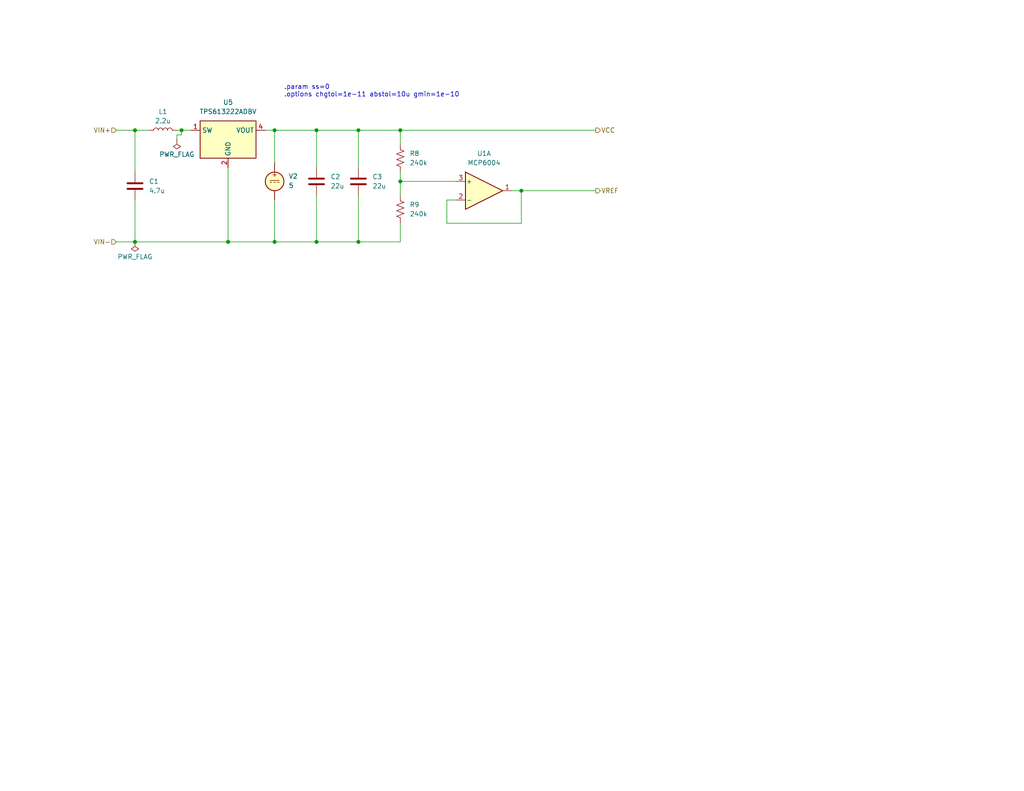
<source format=kicad_sch>
(kicad_sch (version 20250114) (generator "eeschema") (generator_version "9.0")
  (paper "USLetter")
  (title_block (title "EL223FP4L1") (date "2025-05-08") (rev "1") (company "Boles & Walker") (comment 1 "5V, 2.5V Rail Generator"))
  (lib_symbols
    (symbol "Amplifier_Operational:MCP6004" (pin_names (offset 0.127))
      (property "Reference" "U" (at 0 5.08 0))
      (property "Value" "MCP6004" (at 0 -5.08 0))
      (symbol "MCP6004_1_1"
        (polyline (pts (xy -5.08 5.08) (xy 5.08 0) (xy -5.08 -5.08) (xy -5.08 5.08)) (stroke (width 0.254)) (fill (type background)))
        (pin input line (at -7.62 2.54 0) (length 2.54) (name "+") (number "3"))
        (pin input line (at -7.62 -2.54 0) (length 2.54) (name "-") (number "2"))
        (pin output line (at 7.62 0 180) (length 2.54) (name "~") (number "1"))
      )
      (symbol "MCP6004_2_1"
        (polyline (pts (xy -5.08 5.08) (xy 5.08 0) (xy -5.08 -5.08) (xy -5.08 5.08)) (stroke (width 0.254)) (fill (type background)))
        (pin input line (at -7.62 2.54 0) (length 2.54) (name "+") (number "5"))
        (pin input line (at -7.62 -2.54 0) (length 2.54) (name "-") (number "6"))
        (pin output line (at 7.62 0 180) (length 2.54) (name "~") (number "7"))
      )
      (symbol "MCP6004_3_1"
        (polyline (pts (xy -5.08 5.08) (xy 5.08 0) (xy -5.08 -5.08) (xy -5.08 5.08)) (stroke (width 0.254)) (fill (type background)))
        (pin input line (at -7.62 2.54 0) (length 2.54) (name "+") (number "10"))
        (pin input line (at -7.62 -2.54 0) (length 2.54) (name "-") (number "9"))
        (pin output line (at 7.62 0 180) (length 2.54) (name "~") (number "8"))
      )
      (symbol "MCP6004_4_1"
        (polyline (pts (xy -5.08 5.08) (xy 5.08 0) (xy -5.08 -5.08) (xy -5.08 5.08)) (stroke (width 0.254)) (fill (type background)))
        (pin input line (at -7.62 2.54 0) (length 2.54) (name "+") (number "12"))
        (pin input line (at -7.62 -2.54 0) (length 2.54) (name "-") (number "13"))
        (pin output line (at 7.62 0 180) (length 2.54) (name "~") (number "14"))
      )
      (symbol "MCP6004_5_1"
        (pin power_in line (at -2.54 7.62 270) (length 3.81) (name "V+") (number "4"))
        (pin power_in line (at -2.54 -7.62 90) (length 3.81) (name "V-") (number "11"))
      )
    )
    (symbol "Device:C" (pin_numbers (hide yes)) (pin_names (offset 0.254))
      (property "Reference" "C" (at 0.635 2.54 0))
      (property "Value" "C" (at 0.635 -2.54 0))
      (symbol "C_0_1"
        (polyline (pts (xy -2.032 0.762) (xy 2.032 0.762)) (stroke (width 0.508)))
        (polyline (pts (xy -2.032 -0.762) (xy 2.032 -0.762)) (stroke (width 0.508)))
      )
      (symbol "C_1_1"
        (pin passive line (at 0 3.81 270) (length 2.794) (name "~") (number "1"))
        (pin passive line (at 0 -3.81 90) (length 2.794) (name "~") (number "2"))
      )
    )
    (symbol "Device:L" (pin_numbers (hide yes)) (pin_names (offset 1.016) (hide yes))
      (property "Reference" "L" (at -1.27 0 90))
      (property "Value" "L" (at 1.905 0 90))
      (symbol "L_0_1"
        (arc (start 0 2.54) (mid 0.6323 1.905) (end 0 1.27))
        (arc (start 0 1.27) (mid 0.6323 0.635) (end 0 0))
        (arc (start 0 0) (mid 0.6323 -0.635) (end 0 -1.27))
        (arc (start 0 -1.27) (mid 0.6323 -1.905) (end 0 -2.54))
      )
      (symbol "L_1_1"
        (pin passive line (at 0 3.81 270) (length 1.27) (name "1") (number "1"))
        (pin passive line (at 0 -3.81 90) (length 1.27) (name "2") (number "2"))
      )
    )
    (symbol "Device:R_US" (pin_numbers (hide yes)) (pin_names (offset 0))
      (property "Reference" "R" (at 2.54 0 90))
      (property "Value" "R_US" (at -2.54 0 90))
      (symbol "R_US_0_1"
        (polyline (pts (xy 0 2.286) (xy 0 2.54)))
        (polyline (pts (xy 0 2.286) (xy 1.016 1.905) (xy 0 1.524) (xy -1.016 1.143) (xy 0 0.762)))
        (polyline (pts (xy 0 0.762) (xy 1.016 0.381) (xy 0 0) (xy -1.016 -0.381) (xy 0 -0.762)))
        (polyline (pts (xy 0 -0.762) (xy 1.016 -1.143) (xy 0 -1.524) (xy -1.016 -1.905) (xy 0 -2.286)))
        (polyline (pts (xy 0 -2.286) (xy 0 -2.54)))
      )
      (symbol "R_US_1_1"
        (pin passive line (at 0 3.81 270) (length 1.27) (name "~") (number "1"))
        (pin passive line (at 0 -3.81 90) (length 1.27) (name "~") (number "2"))
      )
    )
    (symbol "Regulator_Switching:TPS613222ADBV"
      (property "Reference" "U" (at -7.62 6.35 0))
      (property "Value" "TPS613222ADBV" (at 2.54 6.35 0))
      (symbol "TPS613222ADBV_0_1"
        (rectangle (start -7.62 5.08) (end 7.62 -5.08) (stroke (width 0.254)) (fill (type background)))
      )
      (symbol "TPS613222ADBV_1_1"
        (pin power_in line (at -10.16 2.54 0) (length 2.54) (name "SW") (number "1"))
        (pin no_connect line (at -7.62 -2.54 0) (length 2.54) (hide yes) (name "NC") (number "3"))
        (pin power_in line (at 0 -7.62 90) (length 2.54) (name "GND") (number "2"))
        (pin no_connect line (at 7.62 -2.54 180) (length 2.54) (hide yes) (name "NC") (number "5"))
        (pin power_out line (at 10.16 2.54 180) (length 2.54) (name "VOUT") (number "4"))
      )
    )
    (symbol "Simulation_SPICE:VDC" (pin_numbers (hide yes)) (pin_names (offset 0.0254))
      (property "Reference" "V" (at 2.54 2.54 0))
      (property "Value" "1" (at 2.54 0 0))
      (symbol "VDC_0_0"
        (polyline (pts (xy -1.27 0.254) (xy 1.27 0.254)))
        (polyline (pts (xy -0.762 -0.254) (xy -1.27 -0.254)))
        (polyline (pts (xy 0.254 -0.254) (xy -0.254 -0.254)))
        (polyline (pts (xy 1.27 -0.254) (xy 0.762 -0.254)))
        (text "+" (at 0 1.905 0) (effects (font (size 1.27 1.27))))
      )
      (symbol "VDC_0_1"
        (circle (center 0 0) (radius 2.54) (stroke (width 0.254)) (fill (type background)))
      )
      (symbol "VDC_1_1"
        (pin passive line (at 0 5.08 270) (length 2.54) (name "~") (number "1"))
        (pin passive line (at 0 -5.08 90) (length 2.54) (name "~") (number "2"))
      )
    )
    (symbol "power:PWR_FLAG" (power) (pin_numbers (hide yes)) (pin_names (offset 0) (hide yes))
      (property "Value" "PWR_FLAG" (at 0 3.81 0))
      (symbol "PWR_FLAG_0_0"
        (pin power_out line (at 0 0 90) (length 0) (name "~") (number "1"))
      )
      (symbol "PWR_FLAG_0_1"
        (polyline (pts (xy 0 0) (xy 0 1.27) (xy -1.016 1.905) (xy 0 2.54) (xy 1.016 1.905) (xy 0 1.27)))
      )
    )
  )
  (text ".param ss=0\n.options chgtol=1e-11 abstol=10u gmin=1e-10" (at 77.47 24.892 0) (effects (font (size 1.27 1.27)) (justify left)))
  (junction (at 74.93 35.56))
  (junction (at 97.79 66.04))
  (junction (at 36.83 35.56))
  (junction (at 86.36 35.56))
  (junction (at 109.22 49.53))
  (junction (at 49.53 35.56))
  (junction (at 142.24 52.07))
  (junction (at 86.36 66.04))
  (junction (at 109.22 35.56))
  (junction (at 62.23 66.04))
  (junction (at 36.83 66.04))
  (junction (at 97.79 35.56))
  (junction (at 74.93 66.04))
  (wire (pts (xy 49.53 36.83) (xy 49.53 35.56)))
  (wire (pts (xy 139.7 52.07) (xy 142.24 52.07)))
  (wire (pts (xy 40.64 35.56) (xy 36.83 35.56)))
  (wire (pts (xy 36.83 66.04) (xy 31.75 66.04)))
  (wire (pts (xy 36.83 54.61) (xy 36.83 66.04)))
  (wire (pts (xy 86.36 35.56) (xy 97.79 35.56)))
  (wire (pts (xy 97.79 35.56) (xy 109.22 35.56)))
  (wire (pts (xy 72.39 35.56) (xy 74.93 35.56)))
  (wire (pts (xy 109.22 49.53) (xy 109.22 53.34)))
  (wire (pts (xy 142.24 52.07) (xy 162.56 52.07)))
  (wire (pts (xy 109.22 35.56) (xy 109.22 39.37)))
  (wire (pts (xy 109.22 35.56) (xy 162.56 35.56)))
  (wire (pts (xy 74.93 35.56) (xy 86.36 35.56)))
  (wire (pts (xy 142.24 52.07) (xy 142.24 60.96)))
  (wire (pts (xy 48.26 35.56) (xy 49.53 35.56)))
  (wire (pts (xy 74.93 54.61) (xy 74.93 66.04)))
  (wire (pts (xy 74.93 35.56) (xy 74.93 44.45)))
  (wire (pts (xy 97.79 35.56) (xy 97.79 45.72)))
  (wire (pts (xy 109.22 49.53) (xy 124.46 49.53)))
  (wire (pts (xy 109.22 60.96) (xy 109.22 66.04)))
  (wire (pts (xy 48.26 38.1) (xy 48.26 36.83)))
  (wire (pts (xy 49.53 35.56) (xy 52.07 35.56)))
  (wire (pts (xy 97.79 66.04) (xy 109.22 66.04)))
  (wire (pts (xy 109.22 46.99) (xy 109.22 49.53)))
  (wire (pts (xy 121.92 60.96) (xy 121.92 54.61)))
  (wire (pts (xy 31.75 35.56) (xy 36.83 35.56)))
  (wire (pts (xy 36.83 35.56) (xy 36.83 46.99)))
  (wire (pts (xy 62.23 66.04) (xy 74.93 66.04)))
  (wire (pts (xy 86.36 66.04) (xy 97.79 66.04)))
  (wire (pts (xy 74.93 66.04) (xy 86.36 66.04)))
  (wire (pts (xy 36.83 66.04) (xy 62.23 66.04)))
  (wire (pts (xy 48.26 36.83) (xy 49.53 36.83)))
  (wire (pts (xy 62.23 45.72) (xy 62.23 66.04)))
  (wire (pts (xy 121.92 54.61) (xy 124.46 54.61)))
  (wire (pts (xy 86.36 35.56) (xy 86.36 45.72)))
  (wire (pts (xy 97.79 53.34) (xy 97.79 66.04)))
  (wire (pts (xy 142.24 60.96) (xy 121.92 60.96)))
  (wire (pts (xy 86.36 53.34) (xy 86.36 66.04)))
  (hierarchical_label "VIN+" (shape input) (at 31.75 35.56 180))
  (hierarchical_label "VIN-" (shape input) (at 31.75 66.04 180))
  (hierarchical_label "VREF" (shape output) (at 162.56 52.07 0))
  (hierarchical_label "VCC" (shape output) (at 162.56 35.56 0))
  (symbol (lib_id "Amplifier_Operational:MCP6004") (at 132.08 52.07 0) (unit 1)
    (property "Reference" "U1" (at 132.08 41.91 0))
    (property "Value" "MCP6004" (at 132.08 44.45 0))
    (property "Footprint" "Package_SO:SOIC-14_3.9x8.7mm_P1.27mm" (effects (hide yes)))
    (property "Datasheet" "http://ww1.microchip.com/downloads/en/DeviceDoc/21733j.pdf" (effects (hide yes)))
    (property "Description" "1MHz, Low-Power Op Amp, DIP-14/SOIC-14/TSSOP-14" (effects (hide yes)))
    (property "Sim.Library" "MCP6001.lib" (effects (hide yes)))
    (property "Sim.Name" "MCP6004" (effects (hide yes)))
    (property "Sim.Device" "SUBCKT" (effects (hide yes)))
    (property "Sim.Pins" "1=OUTA 2=A- 3=A+ 4=VDD 5=B+ 6=B- 7=OUTB 8=OUTC 9=C- 10=C+ 11=VSS 12=D+ 13=D- 14=OUTD" (effects (hide yes)))
  )
  (symbol (lib_id "power:PWR_FLAG") (at 48.26 38.1 180) (unit 1)
    (property "Reference" "#FLG02" (effects (hide yes)))
    (property "Value" "PWR_FLAG" (at 48.26 42.164 0))
    (property "Description" "Special symbol for telling ERC where power comes from" (effects (hide yes)))
  )
  (symbol (lib_id "Device:R_US") (at 109.22 57.15 0) (unit 1)
    (property "Reference" "R9" (at 111.76 55.8799 0) (effects (justify left)))
    (property "Value" "240k" (at 111.76 58.4199 0) (effects (justify left)))
    (property "Footprint" "Resistor_SMD:R_0805_2012Metric_Pad1.20x1.40mm_HandSolder" (effects (hide yes)))
    (property "Description" "Resistor, US symbol" (effects (hide yes)))
  )
  (symbol (lib_id "Device:L") (at 44.45 35.56 270) (mirror x) (unit 1)
    (property "Reference" "L1" (at 44.45 30.48 90))
    (property "Value" "2.2u" (at 44.45 33.02 90))
    (property "Footprint" "Inductor_SMD:L_0805_2012Metric" (effects (hide yes)))
    (property "Description" "Inductor" (effects (hide yes)))
    (property "Sim.Device" "SUBCKT" (effects (hide yes)))
    (property "Sim.Pins" "1=port1 2=port2" (effects (hide yes)))
    (property "Sim.Library" "DFE201612E-2R2M.mod" (effects (hide yes)))
    (property "Sim.Name" "DFE201612E-2R2M" (effects (hide yes)))
  )
  (symbol (lib_id "Device:C") (at 97.79 49.53 0) (unit 1)
    (property "Reference" "C3" (at 101.6 48.2599 0) (effects (justify left)))
    (property "Value" "22u" (at 101.6 50.7999 0) (effects (justify left)))
    (property "Footprint" "Capacitor_SMD:C_0805_2012Metric_Pad1.18x1.45mm_HandSolder" (effects (hide yes)))
    (property "Description" "Unpolarized capacitor" (effects (hide yes)))
    (property "Sim.Device" "SUBCKT" (effects (hide yes)))
    (property "Sim.Pins" "1=+ 2=-" (effects (hide yes)))
    (property "Sim.Library" "RC.lib" (effects (hide yes)))
    (property "Sim.Name" "RC" (effects (hide yes)))
  )
  (symbol (lib_id "Device:C") (at 86.36 49.53 0) (unit 1)
    (property "Reference" "C2" (at 90.17 48.2599 0) (effects (justify left)))
    (property "Value" "22u" (at 90.17 50.7999 0) (effects (justify left)))
    (property "Footprint" "Capacitor_SMD:C_0805_2012Metric_Pad1.18x1.45mm_HandSolder" (effects (hide yes)))
    (property "Description" "Unpolarized capacitor" (effects (hide yes)))
    (property "Sim.Device" "SUBCKT" (effects (hide yes)))
    (property "Sim.Pins" "1=+ 2=-" (effects (hide yes)))
    (property "Sim.Library" "RC.lib" (effects (hide yes)))
    (property "Sim.Name" "RC" (effects (hide yes)))
  )
  (symbol (lib_id "power:PWR_FLAG") (at 36.83 66.04 180) (unit 1)
    (property "Reference" "#FLG01" (effects (hide yes)))
    (property "Value" "PWR_FLAG" (at 36.83 70.104 0))
    (property "Description" "Special symbol for telling ERC where power comes from" (effects (hide yes)))
  )
  (symbol (lib_id "Device:C") (at 36.83 50.8 0) (unit 1)
    (property "Reference" "C1" (at 40.64 49.5299 0) (effects (justify left)))
    (property "Value" "4.7u" (at 40.64 52.0699 0) (effects (justify left)))
    (property "Footprint" "Capacitor_SMD:C_0805_2012Metric_Pad1.18x1.45mm_HandSolder" (effects (hide yes)))
    (property "Description" "Unpolarized capacitor" (effects (hide yes)))
  )
  (symbol (lib_id "Device:R_US") (at 109.22 43.18 0) (unit 1)
    (property "Reference" "R8" (at 111.76 41.9099 0) (effects (justify left)))
    (property "Value" "240k" (at 111.76 44.4499 0) (effects (justify left)))
    (property "Footprint" "Resistor_SMD:R_0805_2012Metric_Pad1.20x1.40mm_HandSolder" (effects (hide yes)))
    (property "Description" "Resistor, US symbol" (effects (hide yes)))
  )
  (symbol (lib_id "Regulator_Switching:TPS613222ADBV") (at 62.23 38.1 0) (unit 1) (exclude_from_sim yes)
    (property "Reference" "U5" (at 62.23 27.94 0))
    (property "Value" "TPS613222ADBV" (at 62.23 30.48 0))
    (property "Footprint" "Package_TO_SOT_SMD:SOT-23-5_HandSoldering" (effects (hide yes)))
    (property "Datasheet" "http://www.ti.com/lit/ds/symlink/tps61322.pdf" (effects (hide yes)))
    (property "Description" "1.8A Step-Up Converter, 5V Output Voltage, 0.9-5.5V Input Voltage, SOT-23-5" (effects (hide yes)))
    (property "Sim.Library" "tps613222A_trans.lib" (effects (hide yes)))
    (property "Sim.Name" "TPS613222A_TRANS" (effects (hide yes)))
    (property "Sim.Device" "SUBCKT" (effects (hide yes)))
    (property "Sim.Pins" "1=SW 2=GND 4=VOUT" (effects (hide yes)))
  )
  (symbol (lib_id "Simulation_SPICE:VDC") (at 74.93 49.53 0) (unit 1) (in_bom no) (on_board no)
    (property "Reference" "V2" (at 78.74 48.1301 0) (effects (justify left)))
    (property "Value" "5" (at 78.74 50.6701 0) (effects (justify left)))
    (property "Datasheet" "https://ngspice.sourceforge.io/docs/ngspice-html-manual/manual.xhtml#sec_Independent_Sources_for" (effects (hide yes)))
    (property "Description" "Voltage source, DC" (effects (hide yes)))
    (property "Sim.Pins" "1=+ 2=-" (effects (hide yes)))
    (property "Sim.Type" "DC" (effects (hide yes)))
    (property "Sim.Device" "V" (effects (hide yes)))
  )
)
</source>
